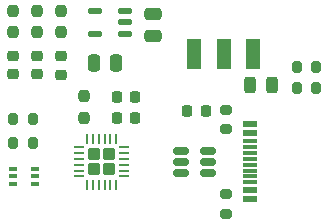
<source format=gtp>
G04 #@! TF.GenerationSoftware,KiCad,Pcbnew,9.0.1*
G04 #@! TF.CreationDate,2025-04-15T14:17:18+12:00*
G04 #@! TF.ProjectId,ESPFlash,45535046-6c61-4736-982e-6b696361645f,rev?*
G04 #@! TF.SameCoordinates,Original*
G04 #@! TF.FileFunction,Paste,Top*
G04 #@! TF.FilePolarity,Positive*
%FSLAX46Y46*%
G04 Gerber Fmt 4.6, Leading zero omitted, Abs format (unit mm)*
G04 Created by KiCad (PCBNEW 9.0.1) date 2025-04-15 14:17:18*
%MOMM*%
%LPD*%
G01*
G04 APERTURE LIST*
G04 Aperture macros list*
%AMRoundRect*
0 Rectangle with rounded corners*
0 $1 Rounding radius*
0 $2 $3 $4 $5 $6 $7 $8 $9 X,Y pos of 4 corners*
0 Add a 4 corners polygon primitive as box body*
4,1,4,$2,$3,$4,$5,$6,$7,$8,$9,$2,$3,0*
0 Add four circle primitives for the rounded corners*
1,1,$1+$1,$2,$3*
1,1,$1+$1,$4,$5*
1,1,$1+$1,$6,$7*
1,1,$1+$1,$8,$9*
0 Add four rect primitives between the rounded corners*
20,1,$1+$1,$2,$3,$4,$5,0*
20,1,$1+$1,$4,$5,$6,$7,0*
20,1,$1+$1,$6,$7,$8,$9,0*
20,1,$1+$1,$8,$9,$2,$3,0*%
G04 Aperture macros list end*
%ADD10RoundRect,0.243750X0.243750X0.456250X-0.243750X0.456250X-0.243750X-0.456250X0.243750X-0.456250X0*%
%ADD11RoundRect,0.218750X0.256250X-0.218750X0.256250X0.218750X-0.256250X0.218750X-0.256250X-0.218750X0*%
%ADD12R,1.200000X2.500000*%
%ADD13RoundRect,0.200000X-0.200000X-0.275000X0.200000X-0.275000X0.200000X0.275000X-0.200000X0.275000X0*%
%ADD14RoundRect,0.200000X0.275000X-0.200000X0.275000X0.200000X-0.275000X0.200000X-0.275000X-0.200000X0*%
%ADD15RoundRect,0.100000X0.225000X0.100000X-0.225000X0.100000X-0.225000X-0.100000X0.225000X-0.100000X0*%
%ADD16RoundRect,0.225000X-0.225000X-0.250000X0.225000X-0.250000X0.225000X0.250000X-0.225000X0.250000X0*%
%ADD17RoundRect,0.237500X0.237500X-0.250000X0.237500X0.250000X-0.237500X0.250000X-0.237500X-0.250000X0*%
%ADD18RoundRect,0.200000X-0.275000X0.200000X-0.275000X-0.200000X0.275000X-0.200000X0.275000X0.200000X0*%
%ADD19RoundRect,0.250000X-0.250000X-0.475000X0.250000X-0.475000X0.250000X0.475000X-0.250000X0.475000X0*%
%ADD20RoundRect,0.147500X0.457500X0.147500X-0.457500X0.147500X-0.457500X-0.147500X0.457500X-0.147500X0*%
%ADD21R,1.150000X0.600000*%
%ADD22R,1.150000X0.300000*%
%ADD23RoundRect,0.200000X0.200000X0.275000X-0.200000X0.275000X-0.200000X-0.275000X0.200000X-0.275000X0*%
%ADD24RoundRect,0.250000X0.275000X0.275000X-0.275000X0.275000X-0.275000X-0.275000X0.275000X-0.275000X0*%
%ADD25RoundRect,0.062500X0.350000X0.062500X-0.350000X0.062500X-0.350000X-0.062500X0.350000X-0.062500X0*%
%ADD26RoundRect,0.062500X0.062500X0.350000X-0.062500X0.350000X-0.062500X-0.350000X0.062500X-0.350000X0*%
%ADD27RoundRect,0.250000X0.475000X-0.250000X0.475000X0.250000X-0.475000X0.250000X-0.475000X-0.250000X0*%
%ADD28RoundRect,0.225000X0.225000X0.250000X-0.225000X0.250000X-0.225000X-0.250000X0.225000X-0.250000X0*%
%ADD29RoundRect,0.150000X0.512500X0.150000X-0.512500X0.150000X-0.512500X-0.150000X0.512500X-0.150000X0*%
G04 APERTURE END LIST*
D10*
X61062501Y-29875000D03*
X59187499Y-29875000D03*
D11*
X43249999Y-29000000D03*
X43249999Y-27424998D03*
D12*
X59500000Y-27250000D03*
X57000000Y-27250000D03*
X54500000Y-27250000D03*
D13*
X63175000Y-28300000D03*
X64825000Y-28300000D03*
D11*
X41200000Y-28949999D03*
X41200000Y-27374997D03*
D14*
X57200000Y-33625000D03*
X57200000Y-31975000D03*
D13*
X39175000Y-34800000D03*
X40825000Y-34800000D03*
D15*
X41050000Y-38250000D03*
X41049999Y-37600000D03*
X41050000Y-36950000D03*
X39150000Y-36950000D03*
X39150001Y-37600000D03*
X39150000Y-38250000D03*
D16*
X47935000Y-30850000D03*
X49485000Y-30850000D03*
D11*
X39199999Y-28950001D03*
X39199999Y-27374999D03*
D17*
X41200001Y-25412500D03*
X41200001Y-23587500D03*
D16*
X47940000Y-32630000D03*
X49490000Y-32630000D03*
D18*
X57200000Y-39125000D03*
X57200000Y-40775000D03*
D19*
X46025000Y-28000000D03*
X47925000Y-28000000D03*
D20*
X48655000Y-25499999D03*
X48655000Y-24550000D03*
X48655000Y-23600001D03*
X46145000Y-23600001D03*
X46145000Y-25499999D03*
D21*
X59262500Y-39552500D03*
X59262500Y-38752500D03*
D22*
X59257500Y-37602500D03*
X59257500Y-36602500D03*
X59257500Y-36102500D03*
X59257500Y-35102500D03*
D21*
X59257500Y-33952500D03*
X59262500Y-33152500D03*
X59257500Y-33152500D03*
X59262500Y-33952500D03*
D22*
X59257500Y-34602500D03*
X59257500Y-35602500D03*
X59257500Y-37102500D03*
X59257500Y-38102500D03*
D21*
X59257500Y-38752500D03*
X59257500Y-39552500D03*
D23*
X40825000Y-32700000D03*
X39175000Y-32700000D03*
D17*
X39200000Y-25412497D03*
X39200000Y-23587497D03*
D24*
X47312500Y-37000000D03*
X47312500Y-35700000D03*
X46012500Y-37000000D03*
X46012500Y-35700000D03*
D25*
X48600000Y-37600000D03*
X48599999Y-37100000D03*
X48600000Y-36600000D03*
X48600000Y-36100000D03*
X48599999Y-35600000D03*
X48600000Y-35100000D03*
D26*
X47912500Y-34412500D03*
X47412500Y-34412501D03*
X46912500Y-34412500D03*
X46412500Y-34412500D03*
X45912500Y-34412501D03*
X45412500Y-34412500D03*
D25*
X44725000Y-35100000D03*
X44725001Y-35600000D03*
X44725000Y-36100000D03*
X44725000Y-36600000D03*
X44725001Y-37100000D03*
X44725000Y-37600000D03*
D26*
X45412500Y-38287500D03*
X45912500Y-38287499D03*
X46412500Y-38287500D03*
X46912500Y-38287500D03*
X47412500Y-38287499D03*
X47912500Y-38287500D03*
D27*
X51000000Y-25749999D03*
X51000000Y-23850001D03*
D28*
X55475000Y-32100000D03*
X53925000Y-32100000D03*
D23*
X64825000Y-30100000D03*
X63175000Y-30100000D03*
D29*
X55637500Y-37323105D03*
X55637500Y-36373106D03*
X55637500Y-35423107D03*
X53362500Y-35423107D03*
X53362500Y-36373106D03*
X53362500Y-37323105D03*
D17*
X45200000Y-32637500D03*
X45200000Y-30812500D03*
X43200001Y-25412498D03*
X43200001Y-23587498D03*
M02*

</source>
